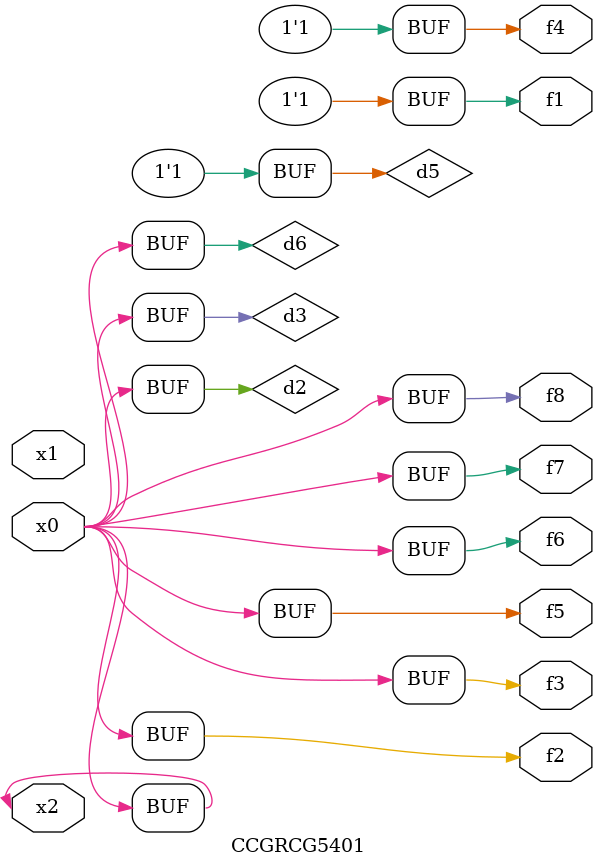
<source format=v>
module CCGRCG5401(
	input x0, x1, x2,
	output f1, f2, f3, f4, f5, f6, f7, f8
);

	wire d1, d2, d3, d4, d5, d6;

	xnor (d1, x2);
	buf (d2, x0, x2);
	and (d3, x0);
	xnor (d4, x1, x2);
	nand (d5, d1, d3);
	buf (d6, d2, d3);
	assign f1 = d5;
	assign f2 = d6;
	assign f3 = d6;
	assign f4 = d5;
	assign f5 = d6;
	assign f6 = d6;
	assign f7 = d6;
	assign f8 = d6;
endmodule

</source>
